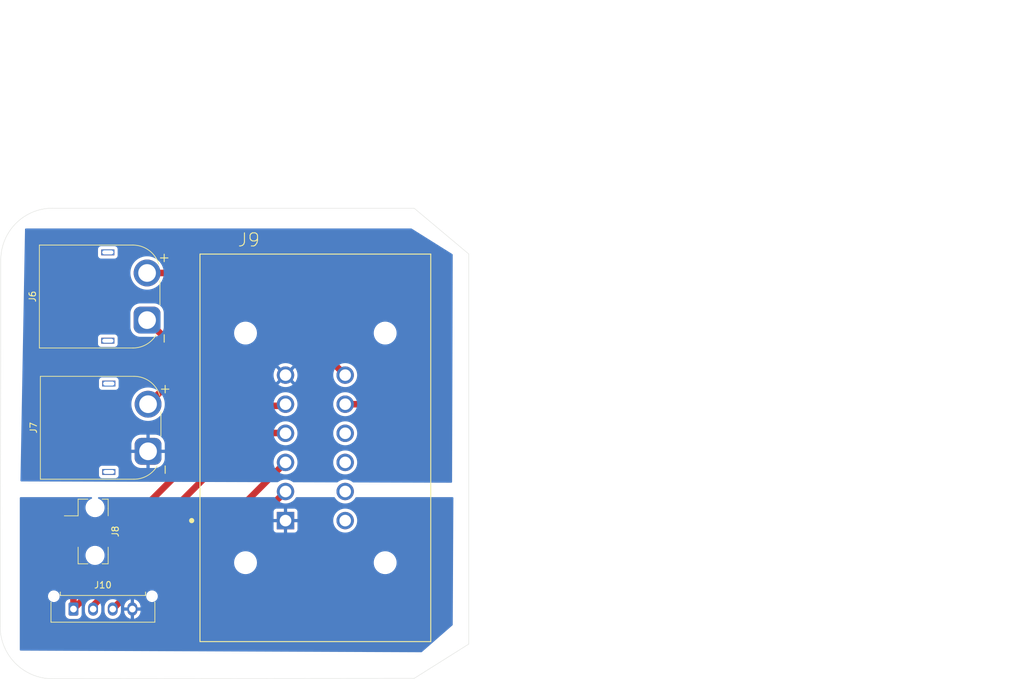
<source format=kicad_pcb>
(kicad_pcb (version 20241229) (generator "pcbnew") (generator_version "9.0")
  (layers (0 "F.Cu" signal) (2 "B.Cu" signal) (13 "F.Paste" user) (15 "B.Paste" user) (5 "F.SilkS" user "F.Silkscreen") (7 "B.SilkS" user "B.Silkscreen") (1 "F.Mask" user) (3 "B.Mask" user) (25 "Edge.Cuts" user))
  (net 0 "")
  (net 1 "Relay")
  (net 2 "+BATT")
  (net 3 "GNDPWR")
  (net 4 "+12V")
  (net 5 "Dead Man's Switch")
  (net 6 "CAN Low")
  (net 7 "CAN High")
  (net 8 "GND")
  (footprint "Namnlös" (layer "F.Cu") (at 242 30)
    (property "Reference" "REF**" (hide yes))
    (property "Value" "Namnlös" (hide yes))
  )
  (footprint "Connector_Molex:Molex_Micro-Fit_3.0_43650-0221_1x02_P3.00mm_Vertical" (layer "F.Cu") (at 103.11 109.95 -90)
    (property "Reference" "J8" (at 0 -3.39 90) (layer "F.SilkS"))
    (property "Value" "Conn_01x02")
    (fp_line (start -4.935 2.295) (end -2.395 2.295) (stroke (width 0.12)) (layer "F.SilkS"))
    (fp_line (start -2.395 2.295) (end -2.395 4.405) (stroke (width 0.12)) (layer "F.SilkS"))
    (fp_line (start 4.935 2.295) (end 2.395 2.295) (stroke (width 0.12)) (layer "F.SilkS"))
    (fp_line (start -4.935 0.8) (end -4.935 2.295) (stroke (width 0.12)) (layer "F.SilkS"))
    (fp_line (start 4.935 0.8) (end 4.935 2.295) (stroke (width 0.12)) (layer "F.SilkS"))
    (fp_line (start -4.935 -1.37) (end -4.935 -2.295) (stroke (width 0.12)) (layer "F.SilkS"))
    (fp_line (start 4.935 -1.37) (end 4.935 -2.295) (stroke (width 0.12)) (layer "F.SilkS"))
    (fp_line (start -4.935 -2.295) (end -3.515 -2.295) (stroke (width 0.12)) (layer "F.SilkS"))
    (fp_line (start -3.515 -2.295) (end -2.395 -2.295) (stroke (width 0.12)) (layer "F.SilkS"))
    (fp_line (start 3.515 -2.295) (end 2.395 -2.295) (stroke (width 0.12)) (layer "F.SilkS"))
    (fp_line (start 4.935 -2.295) (end 3.515 -2.295) (stroke (width 0.12)) (layer "F.SilkS"))
    (pad "" np_thru_hole circle (at -3.65 -0.285 270) (size 2.41 2.41) (drill 2.41) (layers "*.Cu" "*.Mask"))
    (pad "" np_thru_hole circle (at 3.65 -0.285 270) (size 2.41 2.41) (drill 2.41) (layers "*.Cu" "*.Mask"))
    (pad "1" smd rect (at -1.5 3.135 270) (size 1.27 2.54) (layers "F.Cu" "F.Mask" "F.Paste") (net 5 "Dead Man's Switch"))
    (pad "2" smd rect (at 1.5 3.135 270) (size 1.27 2.54) (layers "F.Cu" "F.Mask" "F.Paste") (net 4 "+12V"))
  )
  (footprint "Connector_AMASS:AMASS_XT60PW-M_1x02_P7.20mm_Horizontal" (layer "F.Cu") (at 111.5 97.7 90)
    (property "Reference" "J7" (at 3.6 -17.5 90) (layer "F.SilkS"))
    (property "Value" "Conn_01x02")
    (fp_line (start 11.46 -16.46) (end 11.46 -2.15) (stroke (width 0.12)) (layer "F.SilkS"))
    (fp_line (start -4.26 -16.46) (end 11.46 -16.46) (stroke (width 0.12)) (layer "F.SilkS"))
    (fp_line (start -4.26 -16.46) (end -4.26 -2.15) (stroke (width 0.12)) (layer "F.SilkS"))
    (fp_line (start 2.31 1.96) (end 6.05 1.96) (stroke (width 0.12)) (layer "F.SilkS"))
    (fp_arc (start 11.46 -2.15) (mid 10.653852 0.294722) (end 8.551648 1.780413) (stroke (width 0.12)) (layer "F.SilkS"))
    (fp_arc (start -2.266806 1.372958) (mid -3.727162 -0.126139) (end -4.26 -2.15) (stroke (width 0.12)) (layer "F.SilkS"))
    (fp_text user "+" (at 9.5 2.5 90) (layer "F.SilkS") (effects (font (size 1.5 1.5))))
    (fp_text user "-" (at -2.8 2.5 90) (layer "F.SilkS") (effects (font (size 1.5 1.5))))
    (pad "" thru_hole rect (at -3.15 -6 90) (size 0.9 2) (drill oval 0.6 1.7) (layers "*.Cu" "*.Mask"))
    (pad "" thru_hole rect (at 10.35 -6 90) (size 0.9 2) (drill oval 0.6 1.7) (layers "*.Cu" "*.Mask"))
    (pad "1" thru_hole roundrect (at 0 0 90) (size 4.1 4.1) (drill 2.7) (layers "*.Cu" "*.Mask") (net 3 "GNDPWR"))
    (pad "2" thru_hole circle (at 7.2 0 90) (size 4.1 4.1) (drill 2.7) (layers "*.Cu" "*.Mask") (net 1 "Relay"))
  )
  (footprint "Connector_DT:TE_DT15-12PA" (layer "F.Cu") (at 137.06 97.17)
    (property "Reference" "J9" (at -10.167875 -31.774585 0) (layer "F.SilkS") (effects (font (size 2.001551 2.001551))))
    (property "Value" "Conn_01x08")
    (fp_line (start -17.63 -29.605) (end 17.63 -29.605) (stroke (width 0.1524)) (layer "F.SilkS"))
    (fp_line (start -17.63 29.605) (end -17.63 -29.605) (stroke (width 0.1524)) (layer "F.SilkS"))
    (fp_line (start 17.63 -29.605) (end 17.63 29.605) (stroke (width 0.1524)) (layer "F.SilkS"))
    (fp_line (start 17.63 29.605) (end -17.63 29.605) (stroke (width 0.1524)) (layer "F.SilkS"))
    (fp_circle (center -18.9 11.115) (end -18.7 11.115) (stroke (width 0.4)) (fill no) (layer "F.SilkS"))
    (pad "" np_thru_hole circle (at -10.67 -17.535) (size 2.99 2.99) (drill 2.99) (layers "*.Cu" "*.Mask"))
    (pad "" np_thru_hole circle (at -10.67 17.545) (size 2.99 2.99) (drill 2.99) (layers "*.Cu" "*.Mask"))
    (pad "" np_thru_hole circle (at 10.67 -17.535) (size 2.99 2.99) (drill 2.99) (layers "*.Cu" "*.Mask"))
    (pad "" np_thru_hole circle (at 10.67 17.545) (size 2.99 2.99) (drill 2.99) (layers "*.Cu" "*.Mask"))
    (pad "1" thru_hole rect (at -4.56 11.115) (size 2.655 2.655) (drill 1.77) (layers "*.Cu" "*.Mask") (net 8 "GND"))
    (pad "2" thru_hole circle (at -4.56 6.67) (size 2.655 2.655) (drill 1.77) (layers "*.Cu" "*.Mask") (net 6 "CAN Low"))
    (pad "3" thru_hole circle (at -4.56 2.225) (size 2.655 2.655) (drill 1.77) (layers "*.Cu" "*.Mask") (net 7 "CAN High"))
    (pad "4" thru_hole circle (at -4.56 -2.225) (size 2.655 2.655) (drill 1.77) (layers "*.Cu" "*.Mask") (net 4 "+12V"))
    (pad "5" thru_hole circle (at -4.56 -6.67) (size 2.655 2.655) (drill 1.77) (layers "*.Cu" "*.Mask") (net 5 "Dead Man's Switch"))
    (pad "6" thru_hole circle (at -4.56 -11.115) (size 2.655 2.655) (drill 1.77) (layers "*.Cu" "*.Mask") (net 3 "GNDPWR"))
    (pad "7" thru_hole circle (at 4.56 -11.115) (size 2.655 2.655) (drill 1.77) (layers "*.Cu" "*.Mask") (net 1 "Relay"))
    (pad "8" thru_hole circle (at 4.56 -6.67) (size 2.655 2.655) (drill 1.77) (layers "*.Cu" "*.Mask") (net 2 "+BATT"))
    (pad "9" thru_hole circle (at 4.56 -2.225) (size 2.655 2.655) (drill 1.77) (layers "*.Cu" "*.Mask"))
    (pad "10" thru_hole circle (at 4.56 2.225) (size 2.655 2.655) (drill 1.77) (layers "*.Cu" "*.Mask"))
    (pad "11" thru_hole circle (at 4.56 6.67) (size 2.655 2.655) (drill 1.77) (layers "*.Cu" "*.Mask"))
    (pad "12" thru_hole circle (at 4.56 11.115) (size 2.655 2.655) (drill 1.77) (layers "*.Cu" "*.Mask"))
  )
  (footprint "Connector_Molex:Molex_Micro-Fit_3.0_43650-0415_1x04_P3.00mm_Vertical" (layer "F.Cu") (at 100.1 121.8)
    (property "Reference" "J10" (at 4.5 -3.67 0) (layer "F.SilkS"))
    (property "Value" "Conn_01x04")
    (fp_line (start -3.435 -1.065) (end -3.435 2.01) (stroke (width 0.12)) (layer "F.SilkS"))
    (fp_line (start -3.435 2.01) (end 12.435 2.01) (stroke (width 0.12)) (layer "F.SilkS"))
    (fp_line (start -2.015 -2.58) (end -2.015 -2.08) (stroke (width 0.12)) (layer "F.SilkS"))
    (fp_line (start -2.015 -2.08) (end 11.015 -2.08) (stroke (width 0.12)) (layer "F.SilkS"))
    (fp_line (start -1.995 -2.58) (end -2.015 -2.58) (stroke (width 0.12)) (layer "F.SilkS"))
    (fp_line (start 11.015 -2.58) (end 10.995 -2.58) (stroke (width 0.12)) (layer "F.SilkS"))
    (fp_line (start 11.015 -2.08) (end 11.015 -2.58) (stroke (width 0.12)) (layer "F.SilkS"))
    (fp_line (start 12.435 2.01) (end 12.435 -1.065) (stroke (width 0.12)) (layer "F.SilkS"))
    (pad "" np_thru_hole circle (at -3 -1.96) (size 1.27 1.27) (drill 1.27) (layers "*.Cu" "*.Mask"))
    (pad "" np_thru_hole circle (at 12 -1.96) (size 1.27 1.27) (drill 1.27) (layers "*.Cu" "*.Mask"))
    (pad "1" thru_hole roundrect (at 0 0) (size 1.5 2.02) (drill 1.02) (layers "*.Cu" "*.Mask") (roundrect_rratio 0.166667) (net 4 "+12V"))
    (pad "2" thru_hole oval (at 3 0) (size 1.5 2.02) (drill 1.02) (layers "*.Cu" "*.Mask") (net 7 "CAN High"))
    (pad "3" thru_hole oval (at 6 0) (size 1.5 2.02) (drill 1.02) (layers "*.Cu" "*.Mask") (net 6 "CAN Low"))
    (pad "4" thru_hole oval (at 9 0) (size 1.5 2.02) (drill 1.02) (layers "*.Cu" "*.Mask") (net 8 "GND"))
  )
  (footprint "Namnlös" (layer "F.Cu") (at 204.5 64)
    (property "Reference" "REF**" (hide yes))
    (property "Value" "Namnlös" (hide yes))
  )
  (footprint "Connector_AMASS:AMASS_XT60PW-M_1x02_P7.20mm_Horizontal" (layer "F.Cu") (at 111.35 77.65 90)
    (property "Reference" "J6" (at 3.6 -17.5 90) (layer "F.SilkS"))
    (property "Value" "Conn_01x02")
    (fp_line (start 11.46 -16.46) (end 11.46 -2.15) (stroke (width 0.12)) (layer "F.SilkS"))
    (fp_line (start -4.26 -16.46) (end 11.46 -16.46) (stroke (width 0.12)) (layer "F.SilkS"))
    (fp_line (start -4.26 -16.46) (end -4.26 -2.15) (stroke (width 0.12)) (layer "F.SilkS"))
    (fp_line (start 2.31 1.96) (end 6.05 1.96) (stroke (width 0.12)) (layer "F.SilkS"))
    (fp_arc (start 11.46 -2.15) (mid 10.653852 0.294722) (end 8.551648 1.780413) (stroke (width 0.12)) (layer "F.SilkS"))
    (fp_arc (start -2.266806 1.372958) (mid -3.727162 -0.126139) (end -4.26 -2.15) (stroke (width 0.12)) (layer "F.SilkS"))
    (fp_text user "+" (at 9.5 2.5 90) (layer "F.SilkS") (effects (font (size 1.5 1.5))))
    (fp_text user "-" (at -2.8 2.5 90) (layer "F.SilkS") (effects (font (size 1.5 1.5))))
    (pad "" thru_hole rect (at -3.15 -6 90) (size 0.9 2) (drill oval 0.6 1.7) (layers "*.Cu" "*.Mask"))
    (pad "" thru_hole rect (at 10.35 -6 90) (size 0.9 2) (drill oval 0.6 1.7) (layers "*.Cu" "*.Mask"))
    (pad "1" thru_hole roundrect (at 0 0 90) (size 4.1 4.1) (drill 2.7) (layers "*.Cu" "*.Mask") (net 1 "Relay"))
    (pad "2" thru_hole circle (at 7.2 0 90) (size 4.1 4.1) (drill 2.7) (layers "*.Cu" "*.Mask") (net 2 "+BATT"))
  )
  (gr_line (start 89 68.45) (end 88.9 124.45) (stroke (width 0.05)) (layer "Edge.Cuts"))
  (gr_line (start 96.9 60.55) (end 152.15 60.55) (stroke (width 0.05)) (layer "Edge.Cuts"))
  (gr_arc (start 96.9 132.45) (mid 91.243146 130.106854) (end 88.9 124.45) (stroke (width 0.05)) (layer "Edge.Cuts"))
  (gr_line (start 152.15 60.55) (end 160.5 67.55) (stroke (width 0.05)) (layer "Edge.Cuts"))
  (gr_line (start 152.15 132.4) (end 96.9 132.45) (stroke (width 0.05)) (layer "Edge.Cuts"))
  (gr_arc (start 89 68.45) (mid 91.313856 62.863856) (end 96.9 60.55) (stroke (width 0.05)) (layer "Edge.Cuts"))
  (gr_line (start 160.5 67.55) (end 160.5 127.15) (stroke (width 0.05)) (layer "Edge.Cuts"))
  (gr_line (start 160.5 127.15) (end 152.15 132.4) (stroke (width 0.05)) (layer "Edge.Cuts"))
  (segment (start 138.565 83) (end 116.7 83) (width 1) (layer "F.Cu") (net 1))
  (segment (start 111.35 90.35) (end 111.5 90.5) (width 0.2) (layer "F.Cu") (net 1))
  (segment (start 116.7 83) (end 111.35 77.65) (width 1) (layer "F.Cu") (net 1))
  (segment (start 116.7 85.3) (end 111.5 90.5) (width 1) (layer "F.Cu") (net 1))
  (segment (start 141.62 86.055) (end 138.565 83) (width 1) (layer "F.Cu") (net 1))
  (segment (start 116.7 83) (end 116.7 85.3) (width 1) (layer "F.Cu") (net 1))
  (segment (start 111.5 77.8) (end 111.35 77.65) (width 0.2) (layer "F.Cu") (net 1))
  (segment (start 146.9 85.4) (end 146.9 89.4) (width 1) (layer "F.Cu") (net 2))
  (segment (start 146.9 89.4) (end 145.8 90.5) (width 1) (layer "F.Cu") (net 2))
  (segment (start 145.8 90.5) (end 141.62 90.5) (width 1) (layer "F.Cu") (net 2))
  (segment (start 111.35 70.45) (end 131.95 70.45) (width 1) (layer "F.Cu") (net 2))
  (segment (start 131.95 70.45) (end 146.9 85.4) (width 1) (layer "F.Cu") (net 2))
  (segment (start 100.1 121.8) (end 127 94.9) (width 1) (layer "F.Cu") (net 4))
  (segment (start 127 94.9) (end 132.455 94.9) (width 1) (layer "F.Cu") (net 4))
  (segment (start 132.455 94.9) (end 132.5 94.945) (width 1) (layer "F.Cu") (net 4))
  (segment (start 100.1 111.575) (end 99.975 111.45) (width 1) (layer "F.Cu") (net 4))
  (segment (start 100.1 121.8) (end 100.1 111.575) (width 1) (layer "F.Cu") (net 4))
  (segment (start 108.5 108.45) (end 108.6 108.55) (width 1) (layer "F.Cu") (net 5))
  (segment (start 108.6 108.55) (end 126.4 90.75) (width 1) (layer "F.Cu") (net 5))
  (segment (start 99.975 108.45) (end 108.5 108.45) (width 1) (layer "F.Cu") (net 5))
  (segment (start 132.15 90.85) (end 132.5 90.5) (width 0.2) (layer "F.Cu") (net 5))
  (segment (start 126.4 90.75) (end 132.25 90.75) (width 1) (layer "F.Cu") (net 5))
  (segment (start 132.25 90.75) (end 132.5 90.5) (width 1) (layer "F.Cu") (net 5))
  (segment (start 111.45 116.45) (end 119.89 116.45) (width 1) (layer "F.Cu") (net 6))
  (segment (start 106.1 121.8) (end 111.45 116.45) (width 1) (layer "F.Cu") (net 6))
  (segment (start 119.89 116.45) (end 132.5 103.84) (width 1) (layer "F.Cu") (net 6))
  (segment (start 103.1 121.3) (end 103.1 121.8) (width 1) (layer "F.Cu") (net 7))
  (segment (start 132.5 99.395) (end 117.945 113.95) (width 1) (layer "F.Cu") (net 7))
  (segment (start 110.45 113.95) (end 103.1 121.3) (width 1) (layer "F.Cu") (net 7))
  (segment (start 117.945 113.95) (end 110.45 113.95) (width 1) (layer "F.Cu") (net 7))
  (zone (net 8) (net_name "GND") (layer "B.Cu") (priority 1) (connect_pads (clearance 0.5)) (min_thickness 0.25) (fill yes (thermal_gap 0.5) (thermal_bridge_width 0.5))
    (polygon (pts (xy 91.9 104.7) (xy 158.15 104.7) (xy 158.05 124.25) (xy 153.3 128.4) (xy 91.9 128.15)))
  )
  (zone (net 3) (net_name "GNDPWR") (layer "B.Cu") (connect_pads (clearance 0.5)) (min_thickness 0.25) (fill yes (thermal_gap 0.5) (thermal_bridge_width 0.5))
    (polygon (pts (xy 158.05 67.6) (xy 157.95 102.5) (xy 92 102.3) (xy 92.7 63.65) (xy 151.75 63.65)))
  )
)
</source>
